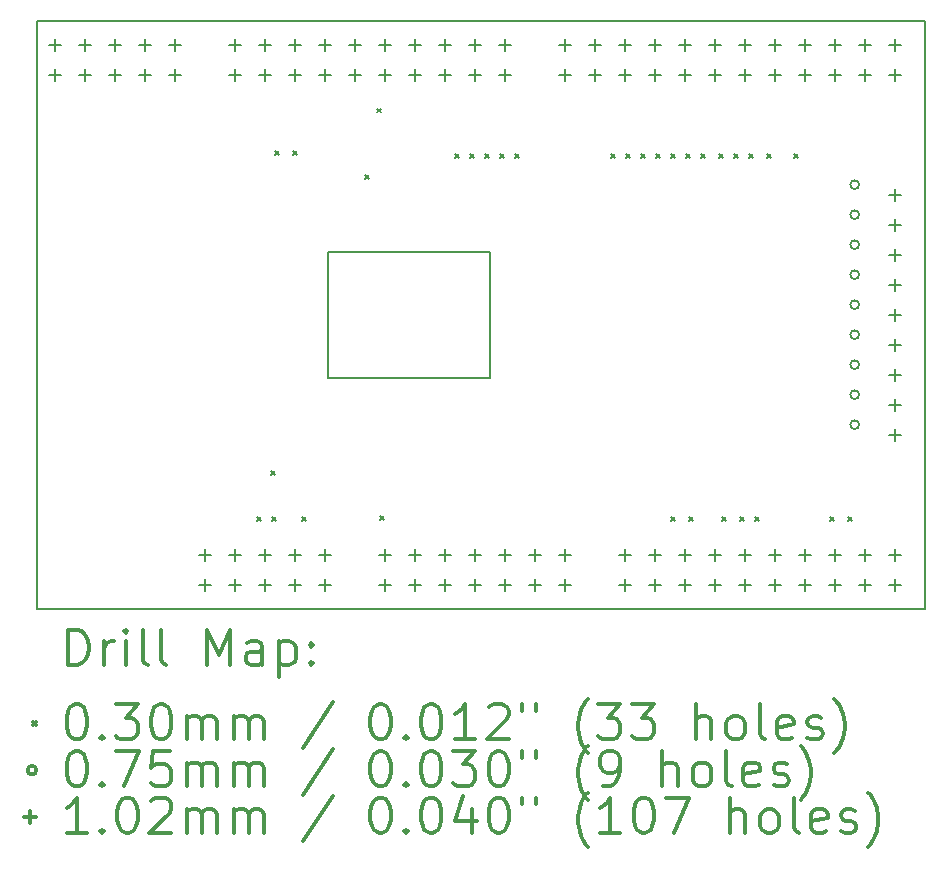
<source format=gbr>
%FSLAX45Y45*%
G04 Gerber Fmt 4.5, Leading zero omitted, Abs format (unit mm)*
G04 Created by KiCad (PCBNEW (after 2015-mar-04 BZR unknown)-product) date 2015年07月10日金曜日 07:55:23*
%MOMM*%
G01*
G04 APERTURE LIST*
%ADD10C,0.127000*%
%ADD11C,0.150000*%
%ADD12C,0.200000*%
%ADD13C,0.300000*%
G04 APERTURE END LIST*
D10*
D11*
X0Y0D02*
X1752600Y0D01*
X0Y4978400D02*
X0Y0D01*
X5283200Y0D02*
X1752600Y0D01*
X7518400Y0D02*
X5283200Y0D01*
X7518400Y50800D02*
X7518400Y0D01*
X7518400Y4978400D02*
X7518400Y50800D01*
X2463800Y3022600D02*
X2463800Y1955800D01*
X3835400Y1955800D02*
X2463800Y1955800D01*
X3835400Y3022600D02*
X3835400Y1955800D01*
X2463800Y3022600D02*
X3835400Y3022600D01*
X5435600Y4978400D02*
X7518400Y4978400D01*
X2946400Y4978400D02*
X5435600Y4978400D01*
X0Y4978400D02*
X2946400Y4978400D01*
D12*
X1864600Y777000D02*
X1894600Y747000D01*
X1894600Y777000D02*
X1864600Y747000D01*
X1978940Y1169160D02*
X2008940Y1139160D01*
X2008940Y1169160D02*
X1978940Y1139160D01*
X1991600Y777000D02*
X2021600Y747000D01*
X2021600Y777000D02*
X1991600Y747000D01*
X2017000Y3875799D02*
X2047000Y3845799D01*
X2047000Y3875799D02*
X2017000Y3845799D01*
X2169400Y3875800D02*
X2199400Y3845800D01*
X2199400Y3875800D02*
X2169400Y3845800D01*
X2245600Y777000D02*
X2275600Y747000D01*
X2275600Y777000D02*
X2245600Y747000D01*
X2779000Y3672600D02*
X2809000Y3642600D01*
X2809000Y3672600D02*
X2779000Y3642600D01*
X2880600Y4237750D02*
X2910600Y4207750D01*
X2910600Y4237750D02*
X2880600Y4207750D01*
X2906040Y787840D02*
X2936040Y757840D01*
X2936040Y787840D02*
X2906040Y757840D01*
X3541000Y3850400D02*
X3571000Y3820400D01*
X3571000Y3850400D02*
X3541000Y3820400D01*
X3668000Y3850400D02*
X3698000Y3820400D01*
X3698000Y3850400D02*
X3668000Y3820400D01*
X3795000Y3850400D02*
X3825000Y3820400D01*
X3825000Y3850400D02*
X3795000Y3820400D01*
X3922000Y3850400D02*
X3952000Y3820400D01*
X3952000Y3850400D02*
X3922000Y3820400D01*
X4049000Y3850400D02*
X4079000Y3820400D01*
X4079000Y3850400D02*
X4049000Y3820400D01*
X4861800Y3850400D02*
X4891800Y3820400D01*
X4891800Y3850400D02*
X4861800Y3820400D01*
X4988800Y3850400D02*
X5018800Y3820400D01*
X5018800Y3850400D02*
X4988800Y3820400D01*
X5115800Y3850400D02*
X5145800Y3820400D01*
X5145800Y3850400D02*
X5115800Y3820400D01*
X5242800Y3850400D02*
X5272800Y3820400D01*
X5272800Y3850400D02*
X5242800Y3820400D01*
X5369800Y3850400D02*
X5399800Y3820400D01*
X5399800Y3850400D02*
X5369800Y3820400D01*
X5369800Y777000D02*
X5399800Y747000D01*
X5399800Y777000D02*
X5369800Y747000D01*
X5496800Y3850400D02*
X5526800Y3820400D01*
X5526800Y3850400D02*
X5496800Y3820400D01*
X5522200Y777000D02*
X5552200Y747000D01*
X5552200Y777000D02*
X5522200Y747000D01*
X5623800Y3850400D02*
X5653800Y3820400D01*
X5653800Y3850400D02*
X5623800Y3820400D01*
X5776200Y3850400D02*
X5806200Y3820400D01*
X5806200Y3850400D02*
X5776200Y3820400D01*
X5801600Y777000D02*
X5831600Y747000D01*
X5831600Y777000D02*
X5801600Y747000D01*
X5903200Y3850400D02*
X5933200Y3820400D01*
X5933200Y3850400D02*
X5903200Y3820400D01*
X5954000Y777000D02*
X5984000Y747000D01*
X5984000Y777000D02*
X5954000Y747000D01*
X6030201Y3850400D02*
X6060201Y3820400D01*
X6060201Y3850400D02*
X6030201Y3820400D01*
X6081000Y777000D02*
X6111000Y747000D01*
X6111000Y777000D02*
X6081000Y747000D01*
X6182600Y3850399D02*
X6212600Y3820399D01*
X6212600Y3850399D02*
X6182600Y3820399D01*
X6411200Y3850400D02*
X6441200Y3820400D01*
X6441200Y3850400D02*
X6411200Y3820400D01*
X6716000Y777000D02*
X6746000Y747000D01*
X6746000Y777000D02*
X6716000Y747000D01*
X6868400Y777001D02*
X6898400Y747001D01*
X6898400Y777001D02*
X6868400Y747001D01*
X6959040Y3594100D02*
G75*
G03X6959040Y3594100I-37500J0D01*
G01*
X6959040Y3340100D02*
G75*
G03X6959040Y3340100I-37500J0D01*
G01*
X6959040Y3086100D02*
G75*
G03X6959040Y3086100I-37500J0D01*
G01*
X6959040Y2832100D02*
G75*
G03X6959040Y2832100I-37500J0D01*
G01*
X6959040Y2578100D02*
G75*
G03X6959040Y2578100I-37500J0D01*
G01*
X6959040Y2324100D02*
G75*
G03X6959040Y2324100I-37500J0D01*
G01*
X6959040Y2070100D02*
G75*
G03X6959040Y2070100I-37500J0D01*
G01*
X6959040Y1816100D02*
G75*
G03X6959040Y1816100I-37500J0D01*
G01*
X6959040Y1562100D02*
G75*
G03X6959040Y1562100I-37500J0D01*
G01*
X152440Y4826000D02*
X152440Y4724400D01*
X101640Y4775200D02*
X203240Y4775200D01*
X152440Y4572000D02*
X152440Y4470400D01*
X101640Y4521200D02*
X203240Y4521200D01*
X406440Y4826000D02*
X406440Y4724400D01*
X355640Y4775200D02*
X457240Y4775200D01*
X406440Y4572000D02*
X406440Y4470400D01*
X355640Y4521200D02*
X457240Y4521200D01*
X660440Y4826000D02*
X660440Y4724400D01*
X609640Y4775200D02*
X711240Y4775200D01*
X660440Y4572000D02*
X660440Y4470400D01*
X609640Y4521200D02*
X711240Y4521200D01*
X914440Y4826000D02*
X914440Y4724400D01*
X863640Y4775200D02*
X965240Y4775200D01*
X914440Y4572000D02*
X914440Y4470400D01*
X863640Y4521200D02*
X965240Y4521200D01*
X1168440Y4826000D02*
X1168440Y4724400D01*
X1117640Y4775200D02*
X1219240Y4775200D01*
X1168440Y4572000D02*
X1168440Y4470400D01*
X1117640Y4521200D02*
X1219240Y4521200D01*
X1422440Y508020D02*
X1422440Y406420D01*
X1371640Y457220D02*
X1473240Y457220D01*
X1422440Y254020D02*
X1422440Y152420D01*
X1371640Y203220D02*
X1473240Y203220D01*
X1676440Y4826000D02*
X1676440Y4724400D01*
X1625640Y4775200D02*
X1727240Y4775200D01*
X1676440Y4572000D02*
X1676440Y4470400D01*
X1625640Y4521200D02*
X1727240Y4521200D01*
X1676440Y508020D02*
X1676440Y406420D01*
X1625640Y457220D02*
X1727240Y457220D01*
X1676440Y254020D02*
X1676440Y152420D01*
X1625640Y203220D02*
X1727240Y203220D01*
X1930440Y4826000D02*
X1930440Y4724400D01*
X1879640Y4775200D02*
X1981240Y4775200D01*
X1930440Y4572000D02*
X1930440Y4470400D01*
X1879640Y4521200D02*
X1981240Y4521200D01*
X1930440Y508020D02*
X1930440Y406420D01*
X1879640Y457220D02*
X1981240Y457220D01*
X1930440Y254020D02*
X1930440Y152420D01*
X1879640Y203220D02*
X1981240Y203220D01*
X2184440Y4826000D02*
X2184440Y4724400D01*
X2133640Y4775200D02*
X2235240Y4775200D01*
X2184440Y4572000D02*
X2184440Y4470400D01*
X2133640Y4521200D02*
X2235240Y4521200D01*
X2184440Y508020D02*
X2184440Y406420D01*
X2133640Y457220D02*
X2235240Y457220D01*
X2184440Y254020D02*
X2184440Y152420D01*
X2133640Y203220D02*
X2235240Y203220D01*
X2438440Y4826000D02*
X2438440Y4724400D01*
X2387640Y4775200D02*
X2489240Y4775200D01*
X2438440Y4572000D02*
X2438440Y4470400D01*
X2387640Y4521200D02*
X2489240Y4521200D01*
X2438440Y508020D02*
X2438440Y406420D01*
X2387640Y457220D02*
X2489240Y457220D01*
X2438440Y254020D02*
X2438440Y152420D01*
X2387640Y203220D02*
X2489240Y203220D01*
X2692440Y4826000D02*
X2692440Y4724400D01*
X2641640Y4775200D02*
X2743240Y4775200D01*
X2692440Y4572000D02*
X2692440Y4470400D01*
X2641640Y4521200D02*
X2743240Y4521200D01*
X2946440Y4826000D02*
X2946440Y4724400D01*
X2895640Y4775200D02*
X2997240Y4775200D01*
X2946440Y4572000D02*
X2946440Y4470400D01*
X2895640Y4521200D02*
X2997240Y4521200D01*
X2946440Y508020D02*
X2946440Y406420D01*
X2895640Y457220D02*
X2997240Y457220D01*
X2946440Y254020D02*
X2946440Y152420D01*
X2895640Y203220D02*
X2997240Y203220D01*
X3200440Y4826000D02*
X3200440Y4724400D01*
X3149640Y4775200D02*
X3251240Y4775200D01*
X3200440Y4572000D02*
X3200440Y4470400D01*
X3149640Y4521200D02*
X3251240Y4521200D01*
X3200440Y508020D02*
X3200440Y406420D01*
X3149640Y457220D02*
X3251240Y457220D01*
X3200440Y254020D02*
X3200440Y152420D01*
X3149640Y203220D02*
X3251240Y203220D01*
X3454440Y4826000D02*
X3454440Y4724400D01*
X3403640Y4775200D02*
X3505240Y4775200D01*
X3454440Y4572000D02*
X3454440Y4470400D01*
X3403640Y4521200D02*
X3505240Y4521200D01*
X3454440Y508020D02*
X3454440Y406420D01*
X3403640Y457220D02*
X3505240Y457220D01*
X3454440Y254020D02*
X3454440Y152420D01*
X3403640Y203220D02*
X3505240Y203220D01*
X3708440Y4826000D02*
X3708440Y4724400D01*
X3657640Y4775200D02*
X3759240Y4775200D01*
X3708440Y4572000D02*
X3708440Y4470400D01*
X3657640Y4521200D02*
X3759240Y4521200D01*
X3708440Y508020D02*
X3708440Y406420D01*
X3657640Y457220D02*
X3759240Y457220D01*
X3708440Y254020D02*
X3708440Y152420D01*
X3657640Y203220D02*
X3759240Y203220D01*
X3962440Y4826000D02*
X3962440Y4724400D01*
X3911640Y4775200D02*
X4013240Y4775200D01*
X3962440Y4572000D02*
X3962440Y4470400D01*
X3911640Y4521200D02*
X4013240Y4521200D01*
X3962440Y508020D02*
X3962440Y406420D01*
X3911640Y457220D02*
X4013240Y457220D01*
X3962440Y254020D02*
X3962440Y152420D01*
X3911640Y203220D02*
X4013240Y203220D01*
X4216440Y508020D02*
X4216440Y406420D01*
X4165640Y457220D02*
X4267240Y457220D01*
X4216440Y254020D02*
X4216440Y152420D01*
X4165640Y203220D02*
X4267240Y203220D01*
X4470440Y4826000D02*
X4470440Y4724400D01*
X4419640Y4775200D02*
X4521240Y4775200D01*
X4470440Y4572000D02*
X4470440Y4470400D01*
X4419640Y4521200D02*
X4521240Y4521200D01*
X4470440Y508020D02*
X4470440Y406420D01*
X4419640Y457220D02*
X4521240Y457220D01*
X4470440Y254020D02*
X4470440Y152420D01*
X4419640Y203220D02*
X4521240Y203220D01*
X4724440Y4826000D02*
X4724440Y4724400D01*
X4673640Y4775200D02*
X4775240Y4775200D01*
X4724440Y4572000D02*
X4724440Y4470400D01*
X4673640Y4521200D02*
X4775240Y4521200D01*
X4978440Y4826000D02*
X4978440Y4724400D01*
X4927640Y4775200D02*
X5029240Y4775200D01*
X4978440Y4572000D02*
X4978440Y4470400D01*
X4927640Y4521200D02*
X5029240Y4521200D01*
X4978440Y508020D02*
X4978440Y406420D01*
X4927640Y457220D02*
X5029240Y457220D01*
X4978440Y254020D02*
X4978440Y152420D01*
X4927640Y203220D02*
X5029240Y203220D01*
X5232440Y4826000D02*
X5232440Y4724400D01*
X5181640Y4775200D02*
X5283240Y4775200D01*
X5232440Y4572000D02*
X5232440Y4470400D01*
X5181640Y4521200D02*
X5283240Y4521200D01*
X5232440Y508020D02*
X5232440Y406420D01*
X5181640Y457220D02*
X5283240Y457220D01*
X5232440Y254020D02*
X5232440Y152420D01*
X5181640Y203220D02*
X5283240Y203220D01*
X5486440Y4826000D02*
X5486440Y4724400D01*
X5435640Y4775200D02*
X5537240Y4775200D01*
X5486440Y4572000D02*
X5486440Y4470400D01*
X5435640Y4521200D02*
X5537240Y4521200D01*
X5486440Y508020D02*
X5486440Y406420D01*
X5435640Y457220D02*
X5537240Y457220D01*
X5486440Y254020D02*
X5486440Y152420D01*
X5435640Y203220D02*
X5537240Y203220D01*
X5740440Y4826000D02*
X5740440Y4724400D01*
X5689640Y4775200D02*
X5791240Y4775200D01*
X5740440Y4572000D02*
X5740440Y4470400D01*
X5689640Y4521200D02*
X5791240Y4521200D01*
X5740440Y508020D02*
X5740440Y406420D01*
X5689640Y457220D02*
X5791240Y457220D01*
X5740440Y254020D02*
X5740440Y152420D01*
X5689640Y203220D02*
X5791240Y203220D01*
X5994440Y4826000D02*
X5994440Y4724400D01*
X5943640Y4775200D02*
X6045240Y4775200D01*
X5994440Y4572000D02*
X5994440Y4470400D01*
X5943640Y4521200D02*
X6045240Y4521200D01*
X5994440Y508020D02*
X5994440Y406420D01*
X5943640Y457220D02*
X6045240Y457220D01*
X5994440Y254020D02*
X5994440Y152420D01*
X5943640Y203220D02*
X6045240Y203220D01*
X6248440Y4826000D02*
X6248440Y4724400D01*
X6197640Y4775200D02*
X6299240Y4775200D01*
X6248440Y4572000D02*
X6248440Y4470400D01*
X6197640Y4521200D02*
X6299240Y4521200D01*
X6248440Y508020D02*
X6248440Y406420D01*
X6197640Y457220D02*
X6299240Y457220D01*
X6248440Y254020D02*
X6248440Y152420D01*
X6197640Y203220D02*
X6299240Y203220D01*
X6502440Y4826000D02*
X6502440Y4724400D01*
X6451640Y4775200D02*
X6553240Y4775200D01*
X6502440Y4572000D02*
X6502440Y4470400D01*
X6451640Y4521200D02*
X6553240Y4521200D01*
X6502440Y508020D02*
X6502440Y406420D01*
X6451640Y457220D02*
X6553240Y457220D01*
X6502440Y254020D02*
X6502440Y152420D01*
X6451640Y203220D02*
X6553240Y203220D01*
X6756440Y4826000D02*
X6756440Y4724400D01*
X6705640Y4775200D02*
X6807240Y4775200D01*
X6756440Y4572000D02*
X6756440Y4470400D01*
X6705640Y4521200D02*
X6807240Y4521200D01*
X6756440Y508020D02*
X6756440Y406420D01*
X6705640Y457220D02*
X6807240Y457220D01*
X6756440Y254020D02*
X6756440Y152420D01*
X6705640Y203220D02*
X6807240Y203220D01*
X7010440Y4826000D02*
X7010440Y4724400D01*
X6959640Y4775200D02*
X7061240Y4775200D01*
X7010440Y4572000D02*
X7010440Y4470400D01*
X6959640Y4521200D02*
X7061240Y4521200D01*
X7010440Y508020D02*
X7010440Y406420D01*
X6959640Y457220D02*
X7061240Y457220D01*
X7010440Y254020D02*
X7010440Y152420D01*
X6959640Y203220D02*
X7061240Y203220D01*
X7264440Y4826000D02*
X7264440Y4724400D01*
X7213640Y4775200D02*
X7315240Y4775200D01*
X7264440Y4572000D02*
X7264440Y4470400D01*
X7213640Y4521200D02*
X7315240Y4521200D01*
X7264440Y3556000D02*
X7264440Y3454400D01*
X7213640Y3505200D02*
X7315240Y3505200D01*
X7264440Y3302000D02*
X7264440Y3200400D01*
X7213640Y3251200D02*
X7315240Y3251200D01*
X7264440Y3048000D02*
X7264440Y2946400D01*
X7213640Y2997200D02*
X7315240Y2997200D01*
X7264440Y2794000D02*
X7264440Y2692400D01*
X7213640Y2743200D02*
X7315240Y2743200D01*
X7264440Y2540000D02*
X7264440Y2438400D01*
X7213640Y2489200D02*
X7315240Y2489200D01*
X7264440Y2286000D02*
X7264440Y2184400D01*
X7213640Y2235200D02*
X7315240Y2235200D01*
X7264440Y2032000D02*
X7264440Y1930400D01*
X7213640Y1981200D02*
X7315240Y1981200D01*
X7264440Y1778000D02*
X7264440Y1676400D01*
X7213640Y1727200D02*
X7315240Y1727200D01*
X7264440Y1524000D02*
X7264440Y1422400D01*
X7213640Y1473200D02*
X7315240Y1473200D01*
X7264440Y508020D02*
X7264440Y406420D01*
X7213640Y457220D02*
X7315240Y457220D01*
X7264440Y254020D02*
X7264440Y152420D01*
X7213640Y203220D02*
X7315240Y203220D01*
D13*
X263929Y-473214D02*
X263929Y-173214D01*
X335357Y-173214D01*
X378214Y-187500D01*
X406786Y-216071D01*
X421071Y-244643D01*
X435357Y-301786D01*
X435357Y-344643D01*
X421071Y-401786D01*
X406786Y-430357D01*
X378214Y-458929D01*
X335357Y-473214D01*
X263929Y-473214D01*
X563929Y-473214D02*
X563929Y-273214D01*
X563929Y-330357D02*
X578214Y-301786D01*
X592500Y-287500D01*
X621071Y-273214D01*
X649643Y-273214D01*
X749643Y-473214D02*
X749643Y-273214D01*
X749643Y-173214D02*
X735357Y-187500D01*
X749643Y-201786D01*
X763928Y-187500D01*
X749643Y-173214D01*
X749643Y-201786D01*
X935357Y-473214D02*
X906786Y-458929D01*
X892500Y-430357D01*
X892500Y-173214D01*
X1092500Y-473214D02*
X1063929Y-458929D01*
X1049643Y-430357D01*
X1049643Y-173214D01*
X1435357Y-473214D02*
X1435357Y-173214D01*
X1535357Y-387500D01*
X1635357Y-173214D01*
X1635357Y-473214D01*
X1906786Y-473214D02*
X1906786Y-316072D01*
X1892500Y-287500D01*
X1863928Y-273214D01*
X1806786Y-273214D01*
X1778214Y-287500D01*
X1906786Y-458929D02*
X1878214Y-473214D01*
X1806786Y-473214D01*
X1778214Y-458929D01*
X1763928Y-430357D01*
X1763928Y-401786D01*
X1778214Y-373214D01*
X1806786Y-358929D01*
X1878214Y-358929D01*
X1906786Y-344643D01*
X2049643Y-273214D02*
X2049643Y-573214D01*
X2049643Y-287500D02*
X2078214Y-273214D01*
X2135357Y-273214D01*
X2163929Y-287500D01*
X2178214Y-301786D01*
X2192500Y-330357D01*
X2192500Y-416071D01*
X2178214Y-444643D01*
X2163929Y-458929D01*
X2135357Y-473214D01*
X2078214Y-473214D01*
X2049643Y-458929D01*
X2321071Y-444643D02*
X2335357Y-458929D01*
X2321071Y-473214D01*
X2306786Y-458929D01*
X2321071Y-444643D01*
X2321071Y-473214D01*
X2321071Y-287500D02*
X2335357Y-301786D01*
X2321071Y-316072D01*
X2306786Y-301786D01*
X2321071Y-287500D01*
X2321071Y-316072D01*
X-37500Y-952500D02*
X-7500Y-982500D01*
X-7500Y-952500D02*
X-37500Y-982500D01*
X321071Y-803214D02*
X349643Y-803214D01*
X378214Y-817500D01*
X392500Y-831786D01*
X406786Y-860357D01*
X421071Y-917500D01*
X421071Y-988929D01*
X406786Y-1046071D01*
X392500Y-1074643D01*
X378214Y-1088929D01*
X349643Y-1103214D01*
X321071Y-1103214D01*
X292500Y-1088929D01*
X278214Y-1074643D01*
X263929Y-1046071D01*
X249643Y-988929D01*
X249643Y-917500D01*
X263929Y-860357D01*
X278214Y-831786D01*
X292500Y-817500D01*
X321071Y-803214D01*
X549643Y-1074643D02*
X563929Y-1088929D01*
X549643Y-1103214D01*
X535357Y-1088929D01*
X549643Y-1074643D01*
X549643Y-1103214D01*
X663928Y-803214D02*
X849643Y-803214D01*
X749643Y-917500D01*
X792500Y-917500D01*
X821071Y-931786D01*
X835357Y-946071D01*
X849643Y-974643D01*
X849643Y-1046071D01*
X835357Y-1074643D01*
X821071Y-1088929D01*
X792500Y-1103214D01*
X706786Y-1103214D01*
X678214Y-1088929D01*
X663928Y-1074643D01*
X1035357Y-803214D02*
X1063929Y-803214D01*
X1092500Y-817500D01*
X1106786Y-831786D01*
X1121071Y-860357D01*
X1135357Y-917500D01*
X1135357Y-988929D01*
X1121071Y-1046071D01*
X1106786Y-1074643D01*
X1092500Y-1088929D01*
X1063929Y-1103214D01*
X1035357Y-1103214D01*
X1006786Y-1088929D01*
X992500Y-1074643D01*
X978214Y-1046071D01*
X963928Y-988929D01*
X963928Y-917500D01*
X978214Y-860357D01*
X992500Y-831786D01*
X1006786Y-817500D01*
X1035357Y-803214D01*
X1263929Y-1103214D02*
X1263929Y-903214D01*
X1263929Y-931786D02*
X1278214Y-917500D01*
X1306786Y-903214D01*
X1349643Y-903214D01*
X1378214Y-917500D01*
X1392500Y-946071D01*
X1392500Y-1103214D01*
X1392500Y-946071D02*
X1406786Y-917500D01*
X1435357Y-903214D01*
X1478214Y-903214D01*
X1506786Y-917500D01*
X1521071Y-946071D01*
X1521071Y-1103214D01*
X1663928Y-1103214D02*
X1663928Y-903214D01*
X1663928Y-931786D02*
X1678214Y-917500D01*
X1706786Y-903214D01*
X1749643Y-903214D01*
X1778214Y-917500D01*
X1792500Y-946071D01*
X1792500Y-1103214D01*
X1792500Y-946071D02*
X1806786Y-917500D01*
X1835357Y-903214D01*
X1878214Y-903214D01*
X1906786Y-917500D01*
X1921071Y-946071D01*
X1921071Y-1103214D01*
X2506786Y-788929D02*
X2249643Y-1174643D01*
X2892500Y-803214D02*
X2921071Y-803214D01*
X2949643Y-817500D01*
X2963928Y-831786D01*
X2978214Y-860357D01*
X2992500Y-917500D01*
X2992500Y-988929D01*
X2978214Y-1046071D01*
X2963928Y-1074643D01*
X2949643Y-1088929D01*
X2921071Y-1103214D01*
X2892500Y-1103214D01*
X2863928Y-1088929D01*
X2849643Y-1074643D01*
X2835357Y-1046071D01*
X2821071Y-988929D01*
X2821071Y-917500D01*
X2835357Y-860357D01*
X2849643Y-831786D01*
X2863928Y-817500D01*
X2892500Y-803214D01*
X3121071Y-1074643D02*
X3135357Y-1088929D01*
X3121071Y-1103214D01*
X3106786Y-1088929D01*
X3121071Y-1074643D01*
X3121071Y-1103214D01*
X3321071Y-803214D02*
X3349643Y-803214D01*
X3378214Y-817500D01*
X3392500Y-831786D01*
X3406785Y-860357D01*
X3421071Y-917500D01*
X3421071Y-988929D01*
X3406785Y-1046071D01*
X3392500Y-1074643D01*
X3378214Y-1088929D01*
X3349643Y-1103214D01*
X3321071Y-1103214D01*
X3292500Y-1088929D01*
X3278214Y-1074643D01*
X3263928Y-1046071D01*
X3249643Y-988929D01*
X3249643Y-917500D01*
X3263928Y-860357D01*
X3278214Y-831786D01*
X3292500Y-817500D01*
X3321071Y-803214D01*
X3706785Y-1103214D02*
X3535357Y-1103214D01*
X3621071Y-1103214D02*
X3621071Y-803214D01*
X3592500Y-846071D01*
X3563928Y-874643D01*
X3535357Y-888929D01*
X3821071Y-831786D02*
X3835357Y-817500D01*
X3863928Y-803214D01*
X3935357Y-803214D01*
X3963928Y-817500D01*
X3978214Y-831786D01*
X3992500Y-860357D01*
X3992500Y-888929D01*
X3978214Y-931786D01*
X3806785Y-1103214D01*
X3992500Y-1103214D01*
X4106786Y-803214D02*
X4106786Y-860357D01*
X4221071Y-803214D02*
X4221071Y-860357D01*
X4663928Y-1217500D02*
X4649643Y-1203214D01*
X4621071Y-1160357D01*
X4606786Y-1131786D01*
X4592500Y-1088929D01*
X4578214Y-1017500D01*
X4578214Y-960357D01*
X4592500Y-888929D01*
X4606786Y-846071D01*
X4621071Y-817500D01*
X4649643Y-774643D01*
X4663928Y-760357D01*
X4749643Y-803214D02*
X4935357Y-803214D01*
X4835357Y-917500D01*
X4878214Y-917500D01*
X4906786Y-931786D01*
X4921071Y-946071D01*
X4935357Y-974643D01*
X4935357Y-1046071D01*
X4921071Y-1074643D01*
X4906786Y-1088929D01*
X4878214Y-1103214D01*
X4792500Y-1103214D01*
X4763928Y-1088929D01*
X4749643Y-1074643D01*
X5035357Y-803214D02*
X5221071Y-803214D01*
X5121071Y-917500D01*
X5163928Y-917500D01*
X5192500Y-931786D01*
X5206786Y-946071D01*
X5221071Y-974643D01*
X5221071Y-1046071D01*
X5206786Y-1074643D01*
X5192500Y-1088929D01*
X5163928Y-1103214D01*
X5078214Y-1103214D01*
X5049643Y-1088929D01*
X5035357Y-1074643D01*
X5578214Y-1103214D02*
X5578214Y-803214D01*
X5706785Y-1103214D02*
X5706785Y-946071D01*
X5692500Y-917500D01*
X5663928Y-903214D01*
X5621071Y-903214D01*
X5592500Y-917500D01*
X5578214Y-931786D01*
X5892500Y-1103214D02*
X5863928Y-1088929D01*
X5849643Y-1074643D01*
X5835357Y-1046071D01*
X5835357Y-960357D01*
X5849643Y-931786D01*
X5863928Y-917500D01*
X5892500Y-903214D01*
X5935357Y-903214D01*
X5963928Y-917500D01*
X5978214Y-931786D01*
X5992500Y-960357D01*
X5992500Y-1046071D01*
X5978214Y-1074643D01*
X5963928Y-1088929D01*
X5935357Y-1103214D01*
X5892500Y-1103214D01*
X6163928Y-1103214D02*
X6135357Y-1088929D01*
X6121071Y-1060357D01*
X6121071Y-803214D01*
X6392500Y-1088929D02*
X6363928Y-1103214D01*
X6306786Y-1103214D01*
X6278214Y-1088929D01*
X6263928Y-1060357D01*
X6263928Y-946071D01*
X6278214Y-917500D01*
X6306786Y-903214D01*
X6363928Y-903214D01*
X6392500Y-917500D01*
X6406786Y-946071D01*
X6406786Y-974643D01*
X6263928Y-1003214D01*
X6521071Y-1088929D02*
X6549643Y-1103214D01*
X6606786Y-1103214D01*
X6635357Y-1088929D01*
X6649643Y-1060357D01*
X6649643Y-1046071D01*
X6635357Y-1017500D01*
X6606786Y-1003214D01*
X6563928Y-1003214D01*
X6535357Y-988929D01*
X6521071Y-960357D01*
X6521071Y-946071D01*
X6535357Y-917500D01*
X6563928Y-903214D01*
X6606786Y-903214D01*
X6635357Y-917500D01*
X6749643Y-1217500D02*
X6763928Y-1203214D01*
X6792500Y-1160357D01*
X6806786Y-1131786D01*
X6821071Y-1088929D01*
X6835357Y-1017500D01*
X6835357Y-960357D01*
X6821071Y-888929D01*
X6806786Y-846071D01*
X6792500Y-817500D01*
X6763928Y-774643D01*
X6749643Y-760357D01*
X-7500Y-1363500D02*
G75*
G03X-7500Y-1363500I-37500J0D01*
G01*
X321071Y-1199214D02*
X349643Y-1199214D01*
X378214Y-1213500D01*
X392500Y-1227786D01*
X406786Y-1256357D01*
X421071Y-1313500D01*
X421071Y-1384929D01*
X406786Y-1442071D01*
X392500Y-1470643D01*
X378214Y-1484929D01*
X349643Y-1499214D01*
X321071Y-1499214D01*
X292500Y-1484929D01*
X278214Y-1470643D01*
X263929Y-1442071D01*
X249643Y-1384929D01*
X249643Y-1313500D01*
X263929Y-1256357D01*
X278214Y-1227786D01*
X292500Y-1213500D01*
X321071Y-1199214D01*
X549643Y-1470643D02*
X563929Y-1484929D01*
X549643Y-1499214D01*
X535357Y-1484929D01*
X549643Y-1470643D01*
X549643Y-1499214D01*
X663928Y-1199214D02*
X863928Y-1199214D01*
X735357Y-1499214D01*
X1121071Y-1199214D02*
X978214Y-1199214D01*
X963928Y-1342072D01*
X978214Y-1327786D01*
X1006786Y-1313500D01*
X1078214Y-1313500D01*
X1106786Y-1327786D01*
X1121071Y-1342072D01*
X1135357Y-1370643D01*
X1135357Y-1442071D01*
X1121071Y-1470643D01*
X1106786Y-1484929D01*
X1078214Y-1499214D01*
X1006786Y-1499214D01*
X978214Y-1484929D01*
X963928Y-1470643D01*
X1263929Y-1499214D02*
X1263929Y-1299214D01*
X1263929Y-1327786D02*
X1278214Y-1313500D01*
X1306786Y-1299214D01*
X1349643Y-1299214D01*
X1378214Y-1313500D01*
X1392500Y-1342072D01*
X1392500Y-1499214D01*
X1392500Y-1342072D02*
X1406786Y-1313500D01*
X1435357Y-1299214D01*
X1478214Y-1299214D01*
X1506786Y-1313500D01*
X1521071Y-1342072D01*
X1521071Y-1499214D01*
X1663928Y-1499214D02*
X1663928Y-1299214D01*
X1663928Y-1327786D02*
X1678214Y-1313500D01*
X1706786Y-1299214D01*
X1749643Y-1299214D01*
X1778214Y-1313500D01*
X1792500Y-1342072D01*
X1792500Y-1499214D01*
X1792500Y-1342072D02*
X1806786Y-1313500D01*
X1835357Y-1299214D01*
X1878214Y-1299214D01*
X1906786Y-1313500D01*
X1921071Y-1342072D01*
X1921071Y-1499214D01*
X2506786Y-1184929D02*
X2249643Y-1570643D01*
X2892500Y-1199214D02*
X2921071Y-1199214D01*
X2949643Y-1213500D01*
X2963928Y-1227786D01*
X2978214Y-1256357D01*
X2992500Y-1313500D01*
X2992500Y-1384929D01*
X2978214Y-1442071D01*
X2963928Y-1470643D01*
X2949643Y-1484929D01*
X2921071Y-1499214D01*
X2892500Y-1499214D01*
X2863928Y-1484929D01*
X2849643Y-1470643D01*
X2835357Y-1442071D01*
X2821071Y-1384929D01*
X2821071Y-1313500D01*
X2835357Y-1256357D01*
X2849643Y-1227786D01*
X2863928Y-1213500D01*
X2892500Y-1199214D01*
X3121071Y-1470643D02*
X3135357Y-1484929D01*
X3121071Y-1499214D01*
X3106786Y-1484929D01*
X3121071Y-1470643D01*
X3121071Y-1499214D01*
X3321071Y-1199214D02*
X3349643Y-1199214D01*
X3378214Y-1213500D01*
X3392500Y-1227786D01*
X3406785Y-1256357D01*
X3421071Y-1313500D01*
X3421071Y-1384929D01*
X3406785Y-1442071D01*
X3392500Y-1470643D01*
X3378214Y-1484929D01*
X3349643Y-1499214D01*
X3321071Y-1499214D01*
X3292500Y-1484929D01*
X3278214Y-1470643D01*
X3263928Y-1442071D01*
X3249643Y-1384929D01*
X3249643Y-1313500D01*
X3263928Y-1256357D01*
X3278214Y-1227786D01*
X3292500Y-1213500D01*
X3321071Y-1199214D01*
X3521071Y-1199214D02*
X3706785Y-1199214D01*
X3606785Y-1313500D01*
X3649643Y-1313500D01*
X3678214Y-1327786D01*
X3692500Y-1342072D01*
X3706785Y-1370643D01*
X3706785Y-1442071D01*
X3692500Y-1470643D01*
X3678214Y-1484929D01*
X3649643Y-1499214D01*
X3563928Y-1499214D01*
X3535357Y-1484929D01*
X3521071Y-1470643D01*
X3892500Y-1199214D02*
X3921071Y-1199214D01*
X3949643Y-1213500D01*
X3963928Y-1227786D01*
X3978214Y-1256357D01*
X3992500Y-1313500D01*
X3992500Y-1384929D01*
X3978214Y-1442071D01*
X3963928Y-1470643D01*
X3949643Y-1484929D01*
X3921071Y-1499214D01*
X3892500Y-1499214D01*
X3863928Y-1484929D01*
X3849643Y-1470643D01*
X3835357Y-1442071D01*
X3821071Y-1384929D01*
X3821071Y-1313500D01*
X3835357Y-1256357D01*
X3849643Y-1227786D01*
X3863928Y-1213500D01*
X3892500Y-1199214D01*
X4106786Y-1199214D02*
X4106786Y-1256357D01*
X4221071Y-1199214D02*
X4221071Y-1256357D01*
X4663928Y-1613500D02*
X4649643Y-1599214D01*
X4621071Y-1556357D01*
X4606786Y-1527786D01*
X4592500Y-1484929D01*
X4578214Y-1413500D01*
X4578214Y-1356357D01*
X4592500Y-1284929D01*
X4606786Y-1242072D01*
X4621071Y-1213500D01*
X4649643Y-1170643D01*
X4663928Y-1156357D01*
X4792500Y-1499214D02*
X4849643Y-1499214D01*
X4878214Y-1484929D01*
X4892500Y-1470643D01*
X4921071Y-1427786D01*
X4935357Y-1370643D01*
X4935357Y-1256357D01*
X4921071Y-1227786D01*
X4906786Y-1213500D01*
X4878214Y-1199214D01*
X4821071Y-1199214D01*
X4792500Y-1213500D01*
X4778214Y-1227786D01*
X4763928Y-1256357D01*
X4763928Y-1327786D01*
X4778214Y-1356357D01*
X4792500Y-1370643D01*
X4821071Y-1384929D01*
X4878214Y-1384929D01*
X4906786Y-1370643D01*
X4921071Y-1356357D01*
X4935357Y-1327786D01*
X5292500Y-1499214D02*
X5292500Y-1199214D01*
X5421071Y-1499214D02*
X5421071Y-1342072D01*
X5406786Y-1313500D01*
X5378214Y-1299214D01*
X5335357Y-1299214D01*
X5306786Y-1313500D01*
X5292500Y-1327786D01*
X5606785Y-1499214D02*
X5578214Y-1484929D01*
X5563928Y-1470643D01*
X5549643Y-1442071D01*
X5549643Y-1356357D01*
X5563928Y-1327786D01*
X5578214Y-1313500D01*
X5606785Y-1299214D01*
X5649643Y-1299214D01*
X5678214Y-1313500D01*
X5692500Y-1327786D01*
X5706785Y-1356357D01*
X5706785Y-1442071D01*
X5692500Y-1470643D01*
X5678214Y-1484929D01*
X5649643Y-1499214D01*
X5606785Y-1499214D01*
X5878214Y-1499214D02*
X5849643Y-1484929D01*
X5835357Y-1456357D01*
X5835357Y-1199214D01*
X6106786Y-1484929D02*
X6078214Y-1499214D01*
X6021071Y-1499214D01*
X5992500Y-1484929D01*
X5978214Y-1456357D01*
X5978214Y-1342072D01*
X5992500Y-1313500D01*
X6021071Y-1299214D01*
X6078214Y-1299214D01*
X6106786Y-1313500D01*
X6121071Y-1342072D01*
X6121071Y-1370643D01*
X5978214Y-1399214D01*
X6235357Y-1484929D02*
X6263928Y-1499214D01*
X6321071Y-1499214D01*
X6349643Y-1484929D01*
X6363928Y-1456357D01*
X6363928Y-1442071D01*
X6349643Y-1413500D01*
X6321071Y-1399214D01*
X6278214Y-1399214D01*
X6249643Y-1384929D01*
X6235357Y-1356357D01*
X6235357Y-1342072D01*
X6249643Y-1313500D01*
X6278214Y-1299214D01*
X6321071Y-1299214D01*
X6349643Y-1313500D01*
X6463928Y-1613500D02*
X6478214Y-1599214D01*
X6506786Y-1556357D01*
X6521071Y-1527786D01*
X6535357Y-1484929D01*
X6549643Y-1413500D01*
X6549643Y-1356357D01*
X6535357Y-1284929D01*
X6521071Y-1242072D01*
X6506786Y-1213500D01*
X6478214Y-1170643D01*
X6463928Y-1156357D01*
X-58300Y-1708700D02*
X-58300Y-1810300D01*
X-109100Y-1759500D02*
X-7500Y-1759500D01*
X421071Y-1895214D02*
X249643Y-1895214D01*
X335357Y-1895214D02*
X335357Y-1595214D01*
X306786Y-1638071D01*
X278214Y-1666643D01*
X249643Y-1680929D01*
X549643Y-1866643D02*
X563929Y-1880929D01*
X549643Y-1895214D01*
X535357Y-1880929D01*
X549643Y-1866643D01*
X549643Y-1895214D01*
X749643Y-1595214D02*
X778214Y-1595214D01*
X806786Y-1609500D01*
X821071Y-1623786D01*
X835357Y-1652357D01*
X849643Y-1709500D01*
X849643Y-1780929D01*
X835357Y-1838071D01*
X821071Y-1866643D01*
X806786Y-1880929D01*
X778214Y-1895214D01*
X749643Y-1895214D01*
X721071Y-1880929D01*
X706786Y-1866643D01*
X692500Y-1838071D01*
X678214Y-1780929D01*
X678214Y-1709500D01*
X692500Y-1652357D01*
X706786Y-1623786D01*
X721071Y-1609500D01*
X749643Y-1595214D01*
X963928Y-1623786D02*
X978214Y-1609500D01*
X1006786Y-1595214D01*
X1078214Y-1595214D01*
X1106786Y-1609500D01*
X1121071Y-1623786D01*
X1135357Y-1652357D01*
X1135357Y-1680929D01*
X1121071Y-1723786D01*
X949643Y-1895214D01*
X1135357Y-1895214D01*
X1263929Y-1895214D02*
X1263929Y-1695214D01*
X1263929Y-1723786D02*
X1278214Y-1709500D01*
X1306786Y-1695214D01*
X1349643Y-1695214D01*
X1378214Y-1709500D01*
X1392500Y-1738071D01*
X1392500Y-1895214D01*
X1392500Y-1738071D02*
X1406786Y-1709500D01*
X1435357Y-1695214D01*
X1478214Y-1695214D01*
X1506786Y-1709500D01*
X1521071Y-1738071D01*
X1521071Y-1895214D01*
X1663928Y-1895214D02*
X1663928Y-1695214D01*
X1663928Y-1723786D02*
X1678214Y-1709500D01*
X1706786Y-1695214D01*
X1749643Y-1695214D01*
X1778214Y-1709500D01*
X1792500Y-1738071D01*
X1792500Y-1895214D01*
X1792500Y-1738071D02*
X1806786Y-1709500D01*
X1835357Y-1695214D01*
X1878214Y-1695214D01*
X1906786Y-1709500D01*
X1921071Y-1738071D01*
X1921071Y-1895214D01*
X2506786Y-1580929D02*
X2249643Y-1966643D01*
X2892500Y-1595214D02*
X2921071Y-1595214D01*
X2949643Y-1609500D01*
X2963928Y-1623786D01*
X2978214Y-1652357D01*
X2992500Y-1709500D01*
X2992500Y-1780929D01*
X2978214Y-1838071D01*
X2963928Y-1866643D01*
X2949643Y-1880929D01*
X2921071Y-1895214D01*
X2892500Y-1895214D01*
X2863928Y-1880929D01*
X2849643Y-1866643D01*
X2835357Y-1838071D01*
X2821071Y-1780929D01*
X2821071Y-1709500D01*
X2835357Y-1652357D01*
X2849643Y-1623786D01*
X2863928Y-1609500D01*
X2892500Y-1595214D01*
X3121071Y-1866643D02*
X3135357Y-1880929D01*
X3121071Y-1895214D01*
X3106786Y-1880929D01*
X3121071Y-1866643D01*
X3121071Y-1895214D01*
X3321071Y-1595214D02*
X3349643Y-1595214D01*
X3378214Y-1609500D01*
X3392500Y-1623786D01*
X3406785Y-1652357D01*
X3421071Y-1709500D01*
X3421071Y-1780929D01*
X3406785Y-1838071D01*
X3392500Y-1866643D01*
X3378214Y-1880929D01*
X3349643Y-1895214D01*
X3321071Y-1895214D01*
X3292500Y-1880929D01*
X3278214Y-1866643D01*
X3263928Y-1838071D01*
X3249643Y-1780929D01*
X3249643Y-1709500D01*
X3263928Y-1652357D01*
X3278214Y-1623786D01*
X3292500Y-1609500D01*
X3321071Y-1595214D01*
X3678214Y-1695214D02*
X3678214Y-1895214D01*
X3606785Y-1580929D02*
X3535357Y-1795214D01*
X3721071Y-1795214D01*
X3892500Y-1595214D02*
X3921071Y-1595214D01*
X3949643Y-1609500D01*
X3963928Y-1623786D01*
X3978214Y-1652357D01*
X3992500Y-1709500D01*
X3992500Y-1780929D01*
X3978214Y-1838071D01*
X3963928Y-1866643D01*
X3949643Y-1880929D01*
X3921071Y-1895214D01*
X3892500Y-1895214D01*
X3863928Y-1880929D01*
X3849643Y-1866643D01*
X3835357Y-1838071D01*
X3821071Y-1780929D01*
X3821071Y-1709500D01*
X3835357Y-1652357D01*
X3849643Y-1623786D01*
X3863928Y-1609500D01*
X3892500Y-1595214D01*
X4106786Y-1595214D02*
X4106786Y-1652357D01*
X4221071Y-1595214D02*
X4221071Y-1652357D01*
X4663928Y-2009500D02*
X4649643Y-1995214D01*
X4621071Y-1952357D01*
X4606786Y-1923786D01*
X4592500Y-1880929D01*
X4578214Y-1809500D01*
X4578214Y-1752357D01*
X4592500Y-1680929D01*
X4606786Y-1638071D01*
X4621071Y-1609500D01*
X4649643Y-1566643D01*
X4663928Y-1552357D01*
X4935357Y-1895214D02*
X4763928Y-1895214D01*
X4849643Y-1895214D02*
X4849643Y-1595214D01*
X4821071Y-1638071D01*
X4792500Y-1666643D01*
X4763928Y-1680929D01*
X5121071Y-1595214D02*
X5149643Y-1595214D01*
X5178214Y-1609500D01*
X5192500Y-1623786D01*
X5206786Y-1652357D01*
X5221071Y-1709500D01*
X5221071Y-1780929D01*
X5206786Y-1838071D01*
X5192500Y-1866643D01*
X5178214Y-1880929D01*
X5149643Y-1895214D01*
X5121071Y-1895214D01*
X5092500Y-1880929D01*
X5078214Y-1866643D01*
X5063928Y-1838071D01*
X5049643Y-1780929D01*
X5049643Y-1709500D01*
X5063928Y-1652357D01*
X5078214Y-1623786D01*
X5092500Y-1609500D01*
X5121071Y-1595214D01*
X5321071Y-1595214D02*
X5521071Y-1595214D01*
X5392500Y-1895214D01*
X5863928Y-1895214D02*
X5863928Y-1595214D01*
X5992500Y-1895214D02*
X5992500Y-1738071D01*
X5978214Y-1709500D01*
X5949643Y-1695214D01*
X5906785Y-1695214D01*
X5878214Y-1709500D01*
X5863928Y-1723786D01*
X6178214Y-1895214D02*
X6149643Y-1880929D01*
X6135357Y-1866643D01*
X6121071Y-1838071D01*
X6121071Y-1752357D01*
X6135357Y-1723786D01*
X6149643Y-1709500D01*
X6178214Y-1695214D01*
X6221071Y-1695214D01*
X6249643Y-1709500D01*
X6263928Y-1723786D01*
X6278214Y-1752357D01*
X6278214Y-1838071D01*
X6263928Y-1866643D01*
X6249643Y-1880929D01*
X6221071Y-1895214D01*
X6178214Y-1895214D01*
X6449643Y-1895214D02*
X6421071Y-1880929D01*
X6406786Y-1852357D01*
X6406786Y-1595214D01*
X6678214Y-1880929D02*
X6649643Y-1895214D01*
X6592500Y-1895214D01*
X6563928Y-1880929D01*
X6549643Y-1852357D01*
X6549643Y-1738071D01*
X6563928Y-1709500D01*
X6592500Y-1695214D01*
X6649643Y-1695214D01*
X6678214Y-1709500D01*
X6692500Y-1738071D01*
X6692500Y-1766643D01*
X6549643Y-1795214D01*
X6806786Y-1880929D02*
X6835357Y-1895214D01*
X6892500Y-1895214D01*
X6921071Y-1880929D01*
X6935357Y-1852357D01*
X6935357Y-1838071D01*
X6921071Y-1809500D01*
X6892500Y-1795214D01*
X6849643Y-1795214D01*
X6821071Y-1780929D01*
X6806786Y-1752357D01*
X6806786Y-1738071D01*
X6821071Y-1709500D01*
X6849643Y-1695214D01*
X6892500Y-1695214D01*
X6921071Y-1709500D01*
X7035357Y-2009500D02*
X7049643Y-1995214D01*
X7078214Y-1952357D01*
X7092500Y-1923786D01*
X7106786Y-1880929D01*
X7121071Y-1809500D01*
X7121071Y-1752357D01*
X7106786Y-1680929D01*
X7092500Y-1638071D01*
X7078214Y-1609500D01*
X7049643Y-1566643D01*
X7035357Y-1552357D01*
M02*

</source>
